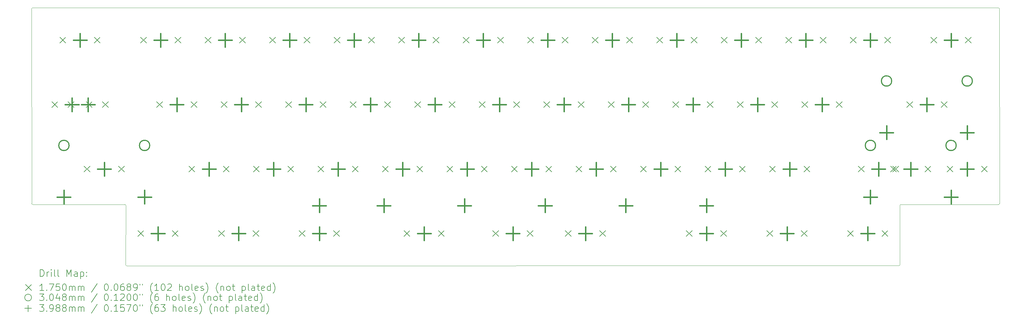
<source format=gbr>
%FSLAX45Y45*%
G04 Gerber Fmt 4.5, Leading zero omitted, Abs format (unit mm)*
G04 Created by KiCad (PCBNEW (6.0.6)) date 2022-08-10 17:02:01*
%MOMM*%
%LPD*%
G01*
G04 APERTURE LIST*
%TA.AperFunction,Profile*%
%ADD10C,0.100000*%
%TD*%
%ADD11C,0.200000*%
%ADD12C,0.175000*%
%ADD13C,0.304800*%
%ADD14C,0.398780*%
G04 APERTURE END LIST*
D10*
X3204445Y-11460555D02*
X26010000Y-11460000D01*
X3178055Y-9677445D02*
X3176945Y-11433055D01*
X3150555Y-9649945D02*
X430000Y-9651000D01*
X400000Y-3867500D02*
X401000Y-9622000D01*
X28947500Y-3840000D02*
X427500Y-3840000D01*
X28976055Y-9622500D02*
X28975000Y-3867500D01*
X27543555Y-9650000D02*
X28948555Y-9650000D01*
X27550000Y-9650000D02*
X26064445Y-9649945D01*
X26037500Y-11432500D02*
X26036945Y-9677500D01*
X427500Y-3840000D02*
G75*
G03*
X400000Y-3867500I0J-27500D01*
G01*
X401000Y-9623500D02*
G75*
G03*
X428500Y-9651000I27500J0D01*
G01*
X3178055Y-9677445D02*
G75*
G03*
X3150555Y-9649945I-27500J0D01*
G01*
X3176945Y-11433055D02*
G75*
G03*
X3204445Y-11460555I27500J0D01*
G01*
X26010000Y-11460000D02*
G75*
G03*
X26037500Y-11432500I0J27500D01*
G01*
X26064445Y-9649945D02*
G75*
G03*
X26036945Y-9677445I0J-27500D01*
G01*
X28948555Y-9650000D02*
G75*
G03*
X28976055Y-9622500I0J27500D01*
G01*
X28975000Y-3867500D02*
G75*
G03*
X28947500Y-3840000I-27500J0D01*
G01*
D11*
D12*
X995000Y-6610875D02*
X1170000Y-6785875D01*
X1170000Y-6610875D02*
X995000Y-6785875D01*
X1233125Y-4705875D02*
X1408125Y-4880875D01*
X1408125Y-4705875D02*
X1233125Y-4880875D01*
X1471250Y-6610875D02*
X1646250Y-6785875D01*
X1646250Y-6610875D02*
X1471250Y-6785875D01*
X1947500Y-8515875D02*
X2122500Y-8690875D01*
X2122500Y-8515875D02*
X1947500Y-8690875D01*
X2011000Y-6610875D02*
X2186000Y-6785875D01*
X2186000Y-6610875D02*
X2011000Y-6785875D01*
X2249125Y-4705875D02*
X2424125Y-4880875D01*
X2424125Y-4705875D02*
X2249125Y-4880875D01*
X2487250Y-6610875D02*
X2662250Y-6785875D01*
X2662250Y-6610875D02*
X2487250Y-6785875D01*
X2963500Y-8515875D02*
X3138500Y-8690875D01*
X3138500Y-8515875D02*
X2963500Y-8690875D01*
X3535000Y-10420875D02*
X3710000Y-10595875D01*
X3710000Y-10420875D02*
X3535000Y-10595875D01*
X3614375Y-4705875D02*
X3789375Y-4880875D01*
X3789375Y-4705875D02*
X3614375Y-4880875D01*
X4090625Y-6610875D02*
X4265625Y-6785875D01*
X4265625Y-6610875D02*
X4090625Y-6785875D01*
X4551000Y-10420875D02*
X4726000Y-10595875D01*
X4726000Y-10420875D02*
X4551000Y-10595875D01*
X4630375Y-4705875D02*
X4805375Y-4880875D01*
X4805375Y-4705875D02*
X4630375Y-4880875D01*
X5043125Y-8515875D02*
X5218125Y-8690875D01*
X5218125Y-8515875D02*
X5043125Y-8690875D01*
X5106625Y-6610875D02*
X5281625Y-6785875D01*
X5281625Y-6610875D02*
X5106625Y-6785875D01*
X5519375Y-4705875D02*
X5694375Y-4880875D01*
X5694375Y-4705875D02*
X5519375Y-4880875D01*
X5916250Y-10420875D02*
X6091250Y-10595875D01*
X6091250Y-10420875D02*
X5916250Y-10595875D01*
X5995625Y-6610875D02*
X6170625Y-6785875D01*
X6170625Y-6610875D02*
X5995625Y-6785875D01*
X6059125Y-8515875D02*
X6234125Y-8690875D01*
X6234125Y-8515875D02*
X6059125Y-8690875D01*
X6535375Y-4705875D02*
X6710375Y-4880875D01*
X6710375Y-4705875D02*
X6535375Y-4880875D01*
X6932250Y-10420875D02*
X7107250Y-10595875D01*
X7107250Y-10420875D02*
X6932250Y-10595875D01*
X6948125Y-8515875D02*
X7123125Y-8690875D01*
X7123125Y-8515875D02*
X6948125Y-8690875D01*
X7011625Y-6610875D02*
X7186625Y-6785875D01*
X7186625Y-6610875D02*
X7011625Y-6785875D01*
X7424375Y-4705875D02*
X7599375Y-4880875D01*
X7599375Y-4705875D02*
X7424375Y-4880875D01*
X7900625Y-6610875D02*
X8075625Y-6785875D01*
X8075625Y-6610875D02*
X7900625Y-6785875D01*
X7964125Y-8515875D02*
X8139125Y-8690875D01*
X8139125Y-8515875D02*
X7964125Y-8690875D01*
X8297500Y-10420875D02*
X8472500Y-10595875D01*
X8472500Y-10420875D02*
X8297500Y-10595875D01*
X8440375Y-4705875D02*
X8615375Y-4880875D01*
X8615375Y-4705875D02*
X8440375Y-4880875D01*
X8853125Y-8515875D02*
X9028125Y-8690875D01*
X9028125Y-8515875D02*
X8853125Y-8690875D01*
X8916625Y-6610875D02*
X9091625Y-6785875D01*
X9091625Y-6610875D02*
X8916625Y-6785875D01*
X9313500Y-10420875D02*
X9488500Y-10595875D01*
X9488500Y-10420875D02*
X9313500Y-10595875D01*
X9329375Y-4705875D02*
X9504375Y-4880875D01*
X9504375Y-4705875D02*
X9329375Y-4880875D01*
X9805625Y-6610875D02*
X9980625Y-6785875D01*
X9980625Y-6610875D02*
X9805625Y-6785875D01*
X9869125Y-8515875D02*
X10044125Y-8690875D01*
X10044125Y-8515875D02*
X9869125Y-8690875D01*
X10345375Y-4705875D02*
X10520375Y-4880875D01*
X10520375Y-4705875D02*
X10345375Y-4880875D01*
X10758125Y-8515875D02*
X10933125Y-8690875D01*
X10933125Y-8515875D02*
X10758125Y-8690875D01*
X10821625Y-6610875D02*
X10996625Y-6785875D01*
X10996625Y-6610875D02*
X10821625Y-6785875D01*
X11234375Y-4705875D02*
X11409375Y-4880875D01*
X11409375Y-4705875D02*
X11234375Y-4880875D01*
X11393125Y-10420875D02*
X11568125Y-10595875D01*
X11568125Y-10420875D02*
X11393125Y-10595875D01*
X11710625Y-6610875D02*
X11885625Y-6785875D01*
X11885625Y-6610875D02*
X11710625Y-6785875D01*
X11774125Y-8515875D02*
X11949125Y-8690875D01*
X11949125Y-8515875D02*
X11774125Y-8690875D01*
X12250375Y-4705875D02*
X12425375Y-4880875D01*
X12425375Y-4705875D02*
X12250375Y-4880875D01*
X12409125Y-10420875D02*
X12584125Y-10595875D01*
X12584125Y-10420875D02*
X12409125Y-10595875D01*
X12663125Y-8515875D02*
X12838125Y-8690875D01*
X12838125Y-8515875D02*
X12663125Y-8690875D01*
X12726625Y-6610875D02*
X12901625Y-6785875D01*
X12901625Y-6610875D02*
X12726625Y-6785875D01*
X13139375Y-4705875D02*
X13314375Y-4880875D01*
X13314375Y-4705875D02*
X13139375Y-4880875D01*
X13615625Y-6610875D02*
X13790625Y-6785875D01*
X13790625Y-6610875D02*
X13615625Y-6785875D01*
X13679125Y-8515875D02*
X13854125Y-8690875D01*
X13854125Y-8515875D02*
X13679125Y-8690875D01*
X14012500Y-10420875D02*
X14187500Y-10595875D01*
X14187500Y-10420875D02*
X14012500Y-10595875D01*
X14155375Y-4705875D02*
X14330375Y-4880875D01*
X14330375Y-4705875D02*
X14155375Y-4880875D01*
X14568125Y-8515875D02*
X14743125Y-8690875D01*
X14743125Y-8515875D02*
X14568125Y-8690875D01*
X14631625Y-6610875D02*
X14806625Y-6785875D01*
X14806625Y-6610875D02*
X14631625Y-6785875D01*
X15028500Y-10420875D02*
X15203500Y-10595875D01*
X15203500Y-10420875D02*
X15028500Y-10595875D01*
X15044375Y-4705875D02*
X15219375Y-4880875D01*
X15219375Y-4705875D02*
X15044375Y-4880875D01*
X15520625Y-6610875D02*
X15695625Y-6785875D01*
X15695625Y-6610875D02*
X15520625Y-6785875D01*
X15584125Y-8515875D02*
X15759125Y-8690875D01*
X15759125Y-8515875D02*
X15584125Y-8690875D01*
X16060375Y-4705875D02*
X16235375Y-4880875D01*
X16235375Y-4705875D02*
X16060375Y-4880875D01*
X16155625Y-10420875D02*
X16330625Y-10595875D01*
X16330625Y-10420875D02*
X16155625Y-10595875D01*
X16473125Y-8515875D02*
X16648125Y-8690875D01*
X16648125Y-8515875D02*
X16473125Y-8690875D01*
X16536625Y-6610875D02*
X16711625Y-6785875D01*
X16711625Y-6610875D02*
X16536625Y-6785875D01*
X16949375Y-4705875D02*
X17124375Y-4880875D01*
X17124375Y-4705875D02*
X16949375Y-4880875D01*
X17171625Y-10420875D02*
X17346625Y-10595875D01*
X17346625Y-10420875D02*
X17171625Y-10595875D01*
X17425625Y-6610875D02*
X17600625Y-6785875D01*
X17600625Y-6610875D02*
X17425625Y-6785875D01*
X17489125Y-8515875D02*
X17664125Y-8690875D01*
X17664125Y-8515875D02*
X17489125Y-8690875D01*
X17965375Y-4705875D02*
X18140375Y-4880875D01*
X18140375Y-4705875D02*
X17965375Y-4880875D01*
X18378125Y-8515875D02*
X18553125Y-8690875D01*
X18553125Y-8515875D02*
X18378125Y-8690875D01*
X18441625Y-6610875D02*
X18616625Y-6785875D01*
X18616625Y-6610875D02*
X18441625Y-6785875D01*
X18854375Y-4705875D02*
X19029375Y-4880875D01*
X19029375Y-4705875D02*
X18854375Y-4880875D01*
X19330625Y-6610875D02*
X19505625Y-6785875D01*
X19505625Y-6610875D02*
X19330625Y-6785875D01*
X19394125Y-8515875D02*
X19569125Y-8690875D01*
X19569125Y-8515875D02*
X19394125Y-8690875D01*
X19727500Y-10420875D02*
X19902500Y-10595875D01*
X19902500Y-10420875D02*
X19727500Y-10595875D01*
X19870375Y-4705875D02*
X20045375Y-4880875D01*
X20045375Y-4705875D02*
X19870375Y-4880875D01*
X20283125Y-8515875D02*
X20458125Y-8690875D01*
X20458125Y-8515875D02*
X20283125Y-8690875D01*
X20346625Y-6610875D02*
X20521625Y-6785875D01*
X20521625Y-6610875D02*
X20346625Y-6785875D01*
X20743500Y-10420875D02*
X20918500Y-10595875D01*
X20918500Y-10420875D02*
X20743500Y-10595875D01*
X20759375Y-4705875D02*
X20934375Y-4880875D01*
X20934375Y-4705875D02*
X20759375Y-4880875D01*
X21235625Y-6610875D02*
X21410625Y-6785875D01*
X21410625Y-6610875D02*
X21235625Y-6785875D01*
X21299125Y-8515875D02*
X21474125Y-8690875D01*
X21474125Y-8515875D02*
X21299125Y-8690875D01*
X21775375Y-4705875D02*
X21950375Y-4880875D01*
X21950375Y-4705875D02*
X21775375Y-4880875D01*
X22108750Y-10420875D02*
X22283750Y-10595875D01*
X22283750Y-10420875D02*
X22108750Y-10595875D01*
X22188125Y-8515875D02*
X22363125Y-8690875D01*
X22363125Y-8515875D02*
X22188125Y-8690875D01*
X22251625Y-6610875D02*
X22426625Y-6785875D01*
X22426625Y-6610875D02*
X22251625Y-6785875D01*
X22664375Y-4705875D02*
X22839375Y-4880875D01*
X22839375Y-4705875D02*
X22664375Y-4880875D01*
X23124750Y-10420875D02*
X23299750Y-10595875D01*
X23299750Y-10420875D02*
X23124750Y-10595875D01*
X23140625Y-6610875D02*
X23315625Y-6785875D01*
X23315625Y-6610875D02*
X23140625Y-6785875D01*
X23204125Y-8515875D02*
X23379125Y-8690875D01*
X23379125Y-8515875D02*
X23204125Y-8690875D01*
X23680375Y-4705875D02*
X23855375Y-4880875D01*
X23855375Y-4705875D02*
X23680375Y-4880875D01*
X24156625Y-6610875D02*
X24331625Y-6785875D01*
X24331625Y-6610875D02*
X24156625Y-6785875D01*
X24490000Y-10420875D02*
X24665000Y-10595875D01*
X24665000Y-10420875D02*
X24490000Y-10595875D01*
X24569375Y-4705875D02*
X24744375Y-4880875D01*
X24744375Y-4705875D02*
X24569375Y-4880875D01*
X24807500Y-8515875D02*
X24982500Y-8690875D01*
X24982500Y-8515875D02*
X24807500Y-8690875D01*
X25506000Y-10420875D02*
X25681000Y-10595875D01*
X25681000Y-10420875D02*
X25506000Y-10595875D01*
X25585375Y-4705875D02*
X25760375Y-4880875D01*
X25760375Y-4705875D02*
X25585375Y-4880875D01*
X25760000Y-8515875D02*
X25935000Y-8690875D01*
X25935000Y-8515875D02*
X25760000Y-8690875D01*
X25823500Y-8515875D02*
X25998500Y-8690875D01*
X25998500Y-8515875D02*
X25823500Y-8690875D01*
X26236250Y-6610875D02*
X26411250Y-6785875D01*
X26411250Y-6610875D02*
X26236250Y-6785875D01*
X26776000Y-8515875D02*
X26951000Y-8690875D01*
X26951000Y-8515875D02*
X26776000Y-8690875D01*
X26950625Y-4705875D02*
X27125625Y-4880875D01*
X27125625Y-4705875D02*
X26950625Y-4880875D01*
X27252250Y-6610875D02*
X27427250Y-6785875D01*
X27427250Y-6610875D02*
X27252250Y-6785875D01*
X27426875Y-8515875D02*
X27601875Y-8690875D01*
X27601875Y-8515875D02*
X27426875Y-8690875D01*
X27966625Y-4705875D02*
X28141625Y-4880875D01*
X28141625Y-4705875D02*
X27966625Y-4880875D01*
X28442875Y-8515875D02*
X28617875Y-8690875D01*
X28617875Y-8515875D02*
X28442875Y-8690875D01*
D13*
X1504775Y-7904875D02*
G75*
G03*
X1504775Y-7904875I-152400J0D01*
G01*
X3886025Y-7904875D02*
G75*
G03*
X3886025Y-7904875I-152400J0D01*
G01*
X25317275Y-7904875D02*
G75*
G03*
X25317275Y-7904875I-152400J0D01*
G01*
X25793525Y-5999875D02*
G75*
G03*
X25793525Y-5999875I-152400J0D01*
G01*
X27698525Y-7904875D02*
G75*
G03*
X27698525Y-7904875I-152400J0D01*
G01*
X28174775Y-5999875D02*
G75*
G03*
X28174775Y-5999875I-152400J0D01*
G01*
D14*
X1352375Y-9229485D02*
X1352375Y-9628265D01*
X1152985Y-9428875D02*
X1551765Y-9428875D01*
X1590500Y-6498985D02*
X1590500Y-6897765D01*
X1391110Y-6698375D02*
X1789890Y-6698375D01*
X1828625Y-4593985D02*
X1828625Y-4992765D01*
X1629235Y-4793375D02*
X2028015Y-4793375D01*
X2066750Y-6498985D02*
X2066750Y-6897765D01*
X1867360Y-6698375D02*
X2266140Y-6698375D01*
X2543000Y-8403985D02*
X2543000Y-8802765D01*
X2343610Y-8603375D02*
X2742390Y-8603375D01*
X3733625Y-9229485D02*
X3733625Y-9628265D01*
X3534235Y-9428875D02*
X3933015Y-9428875D01*
X4130500Y-10308985D02*
X4130500Y-10707765D01*
X3931110Y-10508375D02*
X4329890Y-10508375D01*
X4209875Y-4593985D02*
X4209875Y-4992765D01*
X4010485Y-4793375D02*
X4409265Y-4793375D01*
X4686125Y-6498985D02*
X4686125Y-6897765D01*
X4486735Y-6698375D02*
X4885515Y-6698375D01*
X5638625Y-8403985D02*
X5638625Y-8802765D01*
X5439235Y-8603375D02*
X5838015Y-8603375D01*
X6114875Y-4593985D02*
X6114875Y-4992765D01*
X5915485Y-4793375D02*
X6314265Y-4793375D01*
X6511750Y-10308985D02*
X6511750Y-10707765D01*
X6312360Y-10508375D02*
X6711140Y-10508375D01*
X6591125Y-6498985D02*
X6591125Y-6897765D01*
X6391735Y-6698375D02*
X6790515Y-6698375D01*
X7543625Y-8403985D02*
X7543625Y-8802765D01*
X7344235Y-8603375D02*
X7743015Y-8603375D01*
X8019875Y-4593985D02*
X8019875Y-4992765D01*
X7820485Y-4793375D02*
X8219265Y-4793375D01*
X8496125Y-6498985D02*
X8496125Y-6897765D01*
X8296735Y-6698375D02*
X8695515Y-6698375D01*
X8893000Y-9483485D02*
X8893000Y-9882265D01*
X8693610Y-9682875D02*
X9092390Y-9682875D01*
X8893000Y-10308985D02*
X8893000Y-10707765D01*
X8693610Y-10508375D02*
X9092390Y-10508375D01*
X9448625Y-8403985D02*
X9448625Y-8802765D01*
X9249235Y-8603375D02*
X9648015Y-8603375D01*
X9924875Y-4593985D02*
X9924875Y-4992765D01*
X9725485Y-4793375D02*
X10124265Y-4793375D01*
X10401125Y-6498985D02*
X10401125Y-6897765D01*
X10201735Y-6698375D02*
X10600515Y-6698375D01*
X10799352Y-9483025D02*
X10799352Y-9881805D01*
X10599962Y-9682415D02*
X10998742Y-9682415D01*
X11353625Y-8403985D02*
X11353625Y-8802765D01*
X11154235Y-8603375D02*
X11553015Y-8603375D01*
X11829875Y-4593985D02*
X11829875Y-4992765D01*
X11630485Y-4793375D02*
X12029265Y-4793375D01*
X11988625Y-10308985D02*
X11988625Y-10707765D01*
X11789235Y-10508375D02*
X12188015Y-10508375D01*
X12306125Y-6498985D02*
X12306125Y-6897765D01*
X12106735Y-6698375D02*
X12505515Y-6698375D01*
X13180602Y-9483025D02*
X13180602Y-9881805D01*
X12981212Y-9682415D02*
X13379992Y-9682415D01*
X13258625Y-8403985D02*
X13258625Y-8802765D01*
X13059235Y-8603375D02*
X13458015Y-8603375D01*
X13734875Y-4593985D02*
X13734875Y-4992765D01*
X13535485Y-4793375D02*
X13934265Y-4793375D01*
X14211125Y-6498985D02*
X14211125Y-6897765D01*
X14011735Y-6698375D02*
X14410515Y-6698375D01*
X14608000Y-10308985D02*
X14608000Y-10707765D01*
X14408610Y-10508375D02*
X14807390Y-10508375D01*
X15163625Y-8403985D02*
X15163625Y-8802765D01*
X14964235Y-8603375D02*
X15363015Y-8603375D01*
X15560500Y-9483485D02*
X15560500Y-9882265D01*
X15361110Y-9682875D02*
X15759890Y-9682875D01*
X15639875Y-4593985D02*
X15639875Y-4992765D01*
X15440485Y-4793375D02*
X15839265Y-4793375D01*
X16116125Y-6498985D02*
X16116125Y-6897765D01*
X15916735Y-6698375D02*
X16315515Y-6698375D01*
X16751125Y-10308985D02*
X16751125Y-10707765D01*
X16551735Y-10508375D02*
X16950515Y-10508375D01*
X17068625Y-8403985D02*
X17068625Y-8802765D01*
X16869235Y-8603375D02*
X17268015Y-8603375D01*
X17544875Y-4593985D02*
X17544875Y-4992765D01*
X17345485Y-4793375D02*
X17744265Y-4793375D01*
X17941750Y-9483485D02*
X17941750Y-9882265D01*
X17742360Y-9682875D02*
X18141140Y-9682875D01*
X18021125Y-6498985D02*
X18021125Y-6897765D01*
X17821735Y-6698375D02*
X18220515Y-6698375D01*
X18973625Y-8403985D02*
X18973625Y-8802765D01*
X18774235Y-8603375D02*
X19173015Y-8603375D01*
X19449875Y-4593985D02*
X19449875Y-4992765D01*
X19250485Y-4793375D02*
X19649265Y-4793375D01*
X19926125Y-6498985D02*
X19926125Y-6897765D01*
X19726735Y-6698375D02*
X20125515Y-6698375D01*
X20323000Y-9483485D02*
X20323000Y-9882265D01*
X20123610Y-9682875D02*
X20522390Y-9682875D01*
X20323000Y-10308985D02*
X20323000Y-10707765D01*
X20123610Y-10508375D02*
X20522390Y-10508375D01*
X20878625Y-8403985D02*
X20878625Y-8802765D01*
X20679235Y-8603375D02*
X21078015Y-8603375D01*
X21354875Y-4593985D02*
X21354875Y-4992765D01*
X21155485Y-4793375D02*
X21554265Y-4793375D01*
X21831125Y-6498985D02*
X21831125Y-6897765D01*
X21631735Y-6698375D02*
X22030515Y-6698375D01*
X22704250Y-10308985D02*
X22704250Y-10707765D01*
X22504860Y-10508375D02*
X22903640Y-10508375D01*
X22783625Y-8403985D02*
X22783625Y-8802765D01*
X22584235Y-8603375D02*
X22983015Y-8603375D01*
X23259875Y-4593985D02*
X23259875Y-4992765D01*
X23060485Y-4793375D02*
X23459265Y-4793375D01*
X23736125Y-6498985D02*
X23736125Y-6897765D01*
X23536735Y-6698375D02*
X23935515Y-6698375D01*
X25085500Y-10308985D02*
X25085500Y-10707765D01*
X24886110Y-10508375D02*
X25284890Y-10508375D01*
X25164875Y-4593985D02*
X25164875Y-4992765D01*
X24965485Y-4793375D02*
X25364265Y-4793375D01*
X25164875Y-9229485D02*
X25164875Y-9628265D01*
X24965485Y-9428875D02*
X25364265Y-9428875D01*
X25403000Y-8403985D02*
X25403000Y-8802765D01*
X25203610Y-8603375D02*
X25602390Y-8603375D01*
X25641125Y-7324485D02*
X25641125Y-7723265D01*
X25441735Y-7523875D02*
X25840515Y-7523875D01*
X26355500Y-8403985D02*
X26355500Y-8802765D01*
X26156110Y-8603375D02*
X26554890Y-8603375D01*
X26831750Y-6498985D02*
X26831750Y-6897765D01*
X26632360Y-6698375D02*
X27031140Y-6698375D01*
X27546125Y-4593985D02*
X27546125Y-4992765D01*
X27346735Y-4793375D02*
X27745515Y-4793375D01*
X27546125Y-9229485D02*
X27546125Y-9628265D01*
X27346735Y-9428875D02*
X27745515Y-9428875D01*
X28022375Y-7324485D02*
X28022375Y-7723265D01*
X27822985Y-7523875D02*
X28221765Y-7523875D01*
X28022375Y-8403985D02*
X28022375Y-8802765D01*
X27822985Y-8603375D02*
X28221765Y-8603375D01*
D11*
X652619Y-11776031D02*
X652619Y-11576031D01*
X700238Y-11576031D01*
X728809Y-11585555D01*
X747857Y-11604602D01*
X757381Y-11623650D01*
X766905Y-11661745D01*
X766905Y-11690316D01*
X757381Y-11728412D01*
X747857Y-11747459D01*
X728809Y-11766507D01*
X700238Y-11776031D01*
X652619Y-11776031D01*
X852619Y-11776031D02*
X852619Y-11642697D01*
X852619Y-11680793D02*
X862143Y-11661745D01*
X871666Y-11652221D01*
X890714Y-11642697D01*
X909762Y-11642697D01*
X976428Y-11776031D02*
X976428Y-11642697D01*
X976428Y-11576031D02*
X966905Y-11585555D01*
X976428Y-11595078D01*
X985952Y-11585555D01*
X976428Y-11576031D01*
X976428Y-11595078D01*
X1100238Y-11776031D02*
X1081190Y-11766507D01*
X1071667Y-11747459D01*
X1071667Y-11576031D01*
X1205000Y-11776031D02*
X1185952Y-11766507D01*
X1176428Y-11747459D01*
X1176428Y-11576031D01*
X1433571Y-11776031D02*
X1433571Y-11576031D01*
X1500238Y-11718888D01*
X1566905Y-11576031D01*
X1566905Y-11776031D01*
X1747857Y-11776031D02*
X1747857Y-11671269D01*
X1738333Y-11652221D01*
X1719286Y-11642697D01*
X1681190Y-11642697D01*
X1662143Y-11652221D01*
X1747857Y-11766507D02*
X1728809Y-11776031D01*
X1681190Y-11776031D01*
X1662143Y-11766507D01*
X1652619Y-11747459D01*
X1652619Y-11728412D01*
X1662143Y-11709364D01*
X1681190Y-11699840D01*
X1728809Y-11699840D01*
X1747857Y-11690316D01*
X1843095Y-11642697D02*
X1843095Y-11842697D01*
X1843095Y-11652221D02*
X1862143Y-11642697D01*
X1900238Y-11642697D01*
X1919286Y-11652221D01*
X1928809Y-11661745D01*
X1938333Y-11680793D01*
X1938333Y-11737935D01*
X1928809Y-11756983D01*
X1919286Y-11766507D01*
X1900238Y-11776031D01*
X1862143Y-11776031D01*
X1843095Y-11766507D01*
X2024047Y-11756983D02*
X2033571Y-11766507D01*
X2024047Y-11776031D01*
X2014524Y-11766507D01*
X2024047Y-11756983D01*
X2024047Y-11776031D01*
X2024047Y-11652221D02*
X2033571Y-11661745D01*
X2024047Y-11671269D01*
X2014524Y-11661745D01*
X2024047Y-11652221D01*
X2024047Y-11671269D01*
D12*
X220000Y-12018055D02*
X395000Y-12193055D01*
X395000Y-12018055D02*
X220000Y-12193055D01*
D11*
X757381Y-12196031D02*
X643095Y-12196031D01*
X700238Y-12196031D02*
X700238Y-11996031D01*
X681190Y-12024602D01*
X662143Y-12043650D01*
X643095Y-12053174D01*
X843095Y-12176983D02*
X852619Y-12186507D01*
X843095Y-12196031D01*
X833571Y-12186507D01*
X843095Y-12176983D01*
X843095Y-12196031D01*
X919286Y-11996031D02*
X1052619Y-11996031D01*
X966905Y-12196031D01*
X1224048Y-11996031D02*
X1128809Y-11996031D01*
X1119286Y-12091269D01*
X1128809Y-12081745D01*
X1147857Y-12072221D01*
X1195476Y-12072221D01*
X1214524Y-12081745D01*
X1224048Y-12091269D01*
X1233571Y-12110316D01*
X1233571Y-12157935D01*
X1224048Y-12176983D01*
X1214524Y-12186507D01*
X1195476Y-12196031D01*
X1147857Y-12196031D01*
X1128809Y-12186507D01*
X1119286Y-12176983D01*
X1357381Y-11996031D02*
X1376428Y-11996031D01*
X1395476Y-12005555D01*
X1405000Y-12015078D01*
X1414524Y-12034126D01*
X1424047Y-12072221D01*
X1424047Y-12119840D01*
X1414524Y-12157935D01*
X1405000Y-12176983D01*
X1395476Y-12186507D01*
X1376428Y-12196031D01*
X1357381Y-12196031D01*
X1338333Y-12186507D01*
X1328809Y-12176983D01*
X1319286Y-12157935D01*
X1309762Y-12119840D01*
X1309762Y-12072221D01*
X1319286Y-12034126D01*
X1328809Y-12015078D01*
X1338333Y-12005555D01*
X1357381Y-11996031D01*
X1509762Y-12196031D02*
X1509762Y-12062697D01*
X1509762Y-12081745D02*
X1519286Y-12072221D01*
X1538333Y-12062697D01*
X1566905Y-12062697D01*
X1585952Y-12072221D01*
X1595476Y-12091269D01*
X1595476Y-12196031D01*
X1595476Y-12091269D02*
X1605000Y-12072221D01*
X1624047Y-12062697D01*
X1652619Y-12062697D01*
X1671666Y-12072221D01*
X1681190Y-12091269D01*
X1681190Y-12196031D01*
X1776428Y-12196031D02*
X1776428Y-12062697D01*
X1776428Y-12081745D02*
X1785952Y-12072221D01*
X1805000Y-12062697D01*
X1833571Y-12062697D01*
X1852619Y-12072221D01*
X1862143Y-12091269D01*
X1862143Y-12196031D01*
X1862143Y-12091269D02*
X1871666Y-12072221D01*
X1890714Y-12062697D01*
X1919286Y-12062697D01*
X1938333Y-12072221D01*
X1947857Y-12091269D01*
X1947857Y-12196031D01*
X2338333Y-11986507D02*
X2166905Y-12243650D01*
X2595476Y-11996031D02*
X2614524Y-11996031D01*
X2633571Y-12005555D01*
X2643095Y-12015078D01*
X2652619Y-12034126D01*
X2662143Y-12072221D01*
X2662143Y-12119840D01*
X2652619Y-12157935D01*
X2643095Y-12176983D01*
X2633571Y-12186507D01*
X2614524Y-12196031D01*
X2595476Y-12196031D01*
X2576428Y-12186507D01*
X2566905Y-12176983D01*
X2557381Y-12157935D01*
X2547857Y-12119840D01*
X2547857Y-12072221D01*
X2557381Y-12034126D01*
X2566905Y-12015078D01*
X2576428Y-12005555D01*
X2595476Y-11996031D01*
X2747857Y-12176983D02*
X2757381Y-12186507D01*
X2747857Y-12196031D01*
X2738333Y-12186507D01*
X2747857Y-12176983D01*
X2747857Y-12196031D01*
X2881190Y-11996031D02*
X2900238Y-11996031D01*
X2919286Y-12005555D01*
X2928809Y-12015078D01*
X2938333Y-12034126D01*
X2947857Y-12072221D01*
X2947857Y-12119840D01*
X2938333Y-12157935D01*
X2928809Y-12176983D01*
X2919286Y-12186507D01*
X2900238Y-12196031D01*
X2881190Y-12196031D01*
X2862143Y-12186507D01*
X2852619Y-12176983D01*
X2843095Y-12157935D01*
X2833571Y-12119840D01*
X2833571Y-12072221D01*
X2843095Y-12034126D01*
X2852619Y-12015078D01*
X2862143Y-12005555D01*
X2881190Y-11996031D01*
X3119286Y-11996031D02*
X3081190Y-11996031D01*
X3062143Y-12005555D01*
X3052619Y-12015078D01*
X3033571Y-12043650D01*
X3024047Y-12081745D01*
X3024047Y-12157935D01*
X3033571Y-12176983D01*
X3043095Y-12186507D01*
X3062143Y-12196031D01*
X3100238Y-12196031D01*
X3119286Y-12186507D01*
X3128809Y-12176983D01*
X3138333Y-12157935D01*
X3138333Y-12110316D01*
X3128809Y-12091269D01*
X3119286Y-12081745D01*
X3100238Y-12072221D01*
X3062143Y-12072221D01*
X3043095Y-12081745D01*
X3033571Y-12091269D01*
X3024047Y-12110316D01*
X3252619Y-12081745D02*
X3233571Y-12072221D01*
X3224047Y-12062697D01*
X3214524Y-12043650D01*
X3214524Y-12034126D01*
X3224047Y-12015078D01*
X3233571Y-12005555D01*
X3252619Y-11996031D01*
X3290714Y-11996031D01*
X3309762Y-12005555D01*
X3319286Y-12015078D01*
X3328809Y-12034126D01*
X3328809Y-12043650D01*
X3319286Y-12062697D01*
X3309762Y-12072221D01*
X3290714Y-12081745D01*
X3252619Y-12081745D01*
X3233571Y-12091269D01*
X3224047Y-12100793D01*
X3214524Y-12119840D01*
X3214524Y-12157935D01*
X3224047Y-12176983D01*
X3233571Y-12186507D01*
X3252619Y-12196031D01*
X3290714Y-12196031D01*
X3309762Y-12186507D01*
X3319286Y-12176983D01*
X3328809Y-12157935D01*
X3328809Y-12119840D01*
X3319286Y-12100793D01*
X3309762Y-12091269D01*
X3290714Y-12081745D01*
X3424047Y-12196031D02*
X3462143Y-12196031D01*
X3481190Y-12186507D01*
X3490714Y-12176983D01*
X3509762Y-12148412D01*
X3519286Y-12110316D01*
X3519286Y-12034126D01*
X3509762Y-12015078D01*
X3500238Y-12005555D01*
X3481190Y-11996031D01*
X3443095Y-11996031D01*
X3424047Y-12005555D01*
X3414524Y-12015078D01*
X3405000Y-12034126D01*
X3405000Y-12081745D01*
X3414524Y-12100793D01*
X3424047Y-12110316D01*
X3443095Y-12119840D01*
X3481190Y-12119840D01*
X3500238Y-12110316D01*
X3509762Y-12100793D01*
X3519286Y-12081745D01*
X3595476Y-11996031D02*
X3595476Y-12034126D01*
X3671666Y-11996031D02*
X3671666Y-12034126D01*
X3966905Y-12272221D02*
X3957381Y-12262697D01*
X3938333Y-12234126D01*
X3928809Y-12215078D01*
X3919286Y-12186507D01*
X3909762Y-12138888D01*
X3909762Y-12100793D01*
X3919286Y-12053174D01*
X3928809Y-12024602D01*
X3938333Y-12005555D01*
X3957381Y-11976983D01*
X3966905Y-11967459D01*
X4147857Y-12196031D02*
X4033571Y-12196031D01*
X4090714Y-12196031D02*
X4090714Y-11996031D01*
X4071666Y-12024602D01*
X4052619Y-12043650D01*
X4033571Y-12053174D01*
X4271667Y-11996031D02*
X4290714Y-11996031D01*
X4309762Y-12005555D01*
X4319286Y-12015078D01*
X4328809Y-12034126D01*
X4338333Y-12072221D01*
X4338333Y-12119840D01*
X4328809Y-12157935D01*
X4319286Y-12176983D01*
X4309762Y-12186507D01*
X4290714Y-12196031D01*
X4271667Y-12196031D01*
X4252619Y-12186507D01*
X4243095Y-12176983D01*
X4233571Y-12157935D01*
X4224048Y-12119840D01*
X4224048Y-12072221D01*
X4233571Y-12034126D01*
X4243095Y-12015078D01*
X4252619Y-12005555D01*
X4271667Y-11996031D01*
X4414524Y-12015078D02*
X4424048Y-12005555D01*
X4443095Y-11996031D01*
X4490714Y-11996031D01*
X4509762Y-12005555D01*
X4519286Y-12015078D01*
X4528809Y-12034126D01*
X4528809Y-12053174D01*
X4519286Y-12081745D01*
X4405000Y-12196031D01*
X4528809Y-12196031D01*
X4766905Y-12196031D02*
X4766905Y-11996031D01*
X4852619Y-12196031D02*
X4852619Y-12091269D01*
X4843095Y-12072221D01*
X4824048Y-12062697D01*
X4795476Y-12062697D01*
X4776428Y-12072221D01*
X4766905Y-12081745D01*
X4976428Y-12196031D02*
X4957381Y-12186507D01*
X4947857Y-12176983D01*
X4938333Y-12157935D01*
X4938333Y-12100793D01*
X4947857Y-12081745D01*
X4957381Y-12072221D01*
X4976428Y-12062697D01*
X5005000Y-12062697D01*
X5024048Y-12072221D01*
X5033571Y-12081745D01*
X5043095Y-12100793D01*
X5043095Y-12157935D01*
X5033571Y-12176983D01*
X5024048Y-12186507D01*
X5005000Y-12196031D01*
X4976428Y-12196031D01*
X5157381Y-12196031D02*
X5138333Y-12186507D01*
X5128809Y-12167459D01*
X5128809Y-11996031D01*
X5309762Y-12186507D02*
X5290714Y-12196031D01*
X5252619Y-12196031D01*
X5233571Y-12186507D01*
X5224048Y-12167459D01*
X5224048Y-12091269D01*
X5233571Y-12072221D01*
X5252619Y-12062697D01*
X5290714Y-12062697D01*
X5309762Y-12072221D01*
X5319286Y-12091269D01*
X5319286Y-12110316D01*
X5224048Y-12129364D01*
X5395476Y-12186507D02*
X5414524Y-12196031D01*
X5452619Y-12196031D01*
X5471667Y-12186507D01*
X5481190Y-12167459D01*
X5481190Y-12157935D01*
X5471667Y-12138888D01*
X5452619Y-12129364D01*
X5424048Y-12129364D01*
X5405000Y-12119840D01*
X5395476Y-12100793D01*
X5395476Y-12091269D01*
X5405000Y-12072221D01*
X5424048Y-12062697D01*
X5452619Y-12062697D01*
X5471667Y-12072221D01*
X5547857Y-12272221D02*
X5557381Y-12262697D01*
X5576428Y-12234126D01*
X5585952Y-12215078D01*
X5595476Y-12186507D01*
X5605000Y-12138888D01*
X5605000Y-12100793D01*
X5595476Y-12053174D01*
X5585952Y-12024602D01*
X5576428Y-12005555D01*
X5557381Y-11976983D01*
X5547857Y-11967459D01*
X5909762Y-12272221D02*
X5900238Y-12262697D01*
X5881190Y-12234126D01*
X5871666Y-12215078D01*
X5862143Y-12186507D01*
X5852619Y-12138888D01*
X5852619Y-12100793D01*
X5862143Y-12053174D01*
X5871666Y-12024602D01*
X5881190Y-12005555D01*
X5900238Y-11976983D01*
X5909762Y-11967459D01*
X5985952Y-12062697D02*
X5985952Y-12196031D01*
X5985952Y-12081745D02*
X5995476Y-12072221D01*
X6014524Y-12062697D01*
X6043095Y-12062697D01*
X6062143Y-12072221D01*
X6071666Y-12091269D01*
X6071666Y-12196031D01*
X6195476Y-12196031D02*
X6176428Y-12186507D01*
X6166905Y-12176983D01*
X6157381Y-12157935D01*
X6157381Y-12100793D01*
X6166905Y-12081745D01*
X6176428Y-12072221D01*
X6195476Y-12062697D01*
X6224047Y-12062697D01*
X6243095Y-12072221D01*
X6252619Y-12081745D01*
X6262143Y-12100793D01*
X6262143Y-12157935D01*
X6252619Y-12176983D01*
X6243095Y-12186507D01*
X6224047Y-12196031D01*
X6195476Y-12196031D01*
X6319286Y-12062697D02*
X6395476Y-12062697D01*
X6347857Y-11996031D02*
X6347857Y-12167459D01*
X6357381Y-12186507D01*
X6376428Y-12196031D01*
X6395476Y-12196031D01*
X6614524Y-12062697D02*
X6614524Y-12262697D01*
X6614524Y-12072221D02*
X6633571Y-12062697D01*
X6671666Y-12062697D01*
X6690714Y-12072221D01*
X6700238Y-12081745D01*
X6709762Y-12100793D01*
X6709762Y-12157935D01*
X6700238Y-12176983D01*
X6690714Y-12186507D01*
X6671666Y-12196031D01*
X6633571Y-12196031D01*
X6614524Y-12186507D01*
X6824047Y-12196031D02*
X6805000Y-12186507D01*
X6795476Y-12167459D01*
X6795476Y-11996031D01*
X6985952Y-12196031D02*
X6985952Y-12091269D01*
X6976428Y-12072221D01*
X6957381Y-12062697D01*
X6919286Y-12062697D01*
X6900238Y-12072221D01*
X6985952Y-12186507D02*
X6966905Y-12196031D01*
X6919286Y-12196031D01*
X6900238Y-12186507D01*
X6890714Y-12167459D01*
X6890714Y-12148412D01*
X6900238Y-12129364D01*
X6919286Y-12119840D01*
X6966905Y-12119840D01*
X6985952Y-12110316D01*
X7052619Y-12062697D02*
X7128809Y-12062697D01*
X7081190Y-11996031D02*
X7081190Y-12167459D01*
X7090714Y-12186507D01*
X7109762Y-12196031D01*
X7128809Y-12196031D01*
X7271666Y-12186507D02*
X7252619Y-12196031D01*
X7214524Y-12196031D01*
X7195476Y-12186507D01*
X7185952Y-12167459D01*
X7185952Y-12091269D01*
X7195476Y-12072221D01*
X7214524Y-12062697D01*
X7252619Y-12062697D01*
X7271666Y-12072221D01*
X7281190Y-12091269D01*
X7281190Y-12110316D01*
X7185952Y-12129364D01*
X7452619Y-12196031D02*
X7452619Y-11996031D01*
X7452619Y-12186507D02*
X7433571Y-12196031D01*
X7395476Y-12196031D01*
X7376428Y-12186507D01*
X7366905Y-12176983D01*
X7357381Y-12157935D01*
X7357381Y-12100793D01*
X7366905Y-12081745D01*
X7376428Y-12072221D01*
X7395476Y-12062697D01*
X7433571Y-12062697D01*
X7452619Y-12072221D01*
X7528809Y-12272221D02*
X7538333Y-12262697D01*
X7557381Y-12234126D01*
X7566905Y-12215078D01*
X7576428Y-12186507D01*
X7585952Y-12138888D01*
X7585952Y-12100793D01*
X7576428Y-12053174D01*
X7566905Y-12024602D01*
X7557381Y-12005555D01*
X7538333Y-11976983D01*
X7528809Y-11967459D01*
X395000Y-12400555D02*
G75*
G03*
X395000Y-12400555I-100000J0D01*
G01*
X633571Y-12291031D02*
X757381Y-12291031D01*
X690714Y-12367221D01*
X719286Y-12367221D01*
X738333Y-12376745D01*
X747857Y-12386269D01*
X757381Y-12405316D01*
X757381Y-12452935D01*
X747857Y-12471983D01*
X738333Y-12481507D01*
X719286Y-12491031D01*
X662143Y-12491031D01*
X643095Y-12481507D01*
X633571Y-12471983D01*
X843095Y-12471983D02*
X852619Y-12481507D01*
X843095Y-12491031D01*
X833571Y-12481507D01*
X843095Y-12471983D01*
X843095Y-12491031D01*
X976428Y-12291031D02*
X995476Y-12291031D01*
X1014524Y-12300555D01*
X1024047Y-12310078D01*
X1033571Y-12329126D01*
X1043095Y-12367221D01*
X1043095Y-12414840D01*
X1033571Y-12452935D01*
X1024047Y-12471983D01*
X1014524Y-12481507D01*
X995476Y-12491031D01*
X976428Y-12491031D01*
X957381Y-12481507D01*
X947857Y-12471983D01*
X938333Y-12452935D01*
X928809Y-12414840D01*
X928809Y-12367221D01*
X938333Y-12329126D01*
X947857Y-12310078D01*
X957381Y-12300555D01*
X976428Y-12291031D01*
X1214524Y-12357697D02*
X1214524Y-12491031D01*
X1166905Y-12281507D02*
X1119286Y-12424364D01*
X1243095Y-12424364D01*
X1347857Y-12376745D02*
X1328809Y-12367221D01*
X1319286Y-12357697D01*
X1309762Y-12338650D01*
X1309762Y-12329126D01*
X1319286Y-12310078D01*
X1328809Y-12300555D01*
X1347857Y-12291031D01*
X1385952Y-12291031D01*
X1405000Y-12300555D01*
X1414524Y-12310078D01*
X1424047Y-12329126D01*
X1424047Y-12338650D01*
X1414524Y-12357697D01*
X1405000Y-12367221D01*
X1385952Y-12376745D01*
X1347857Y-12376745D01*
X1328809Y-12386269D01*
X1319286Y-12395793D01*
X1309762Y-12414840D01*
X1309762Y-12452935D01*
X1319286Y-12471983D01*
X1328809Y-12481507D01*
X1347857Y-12491031D01*
X1385952Y-12491031D01*
X1405000Y-12481507D01*
X1414524Y-12471983D01*
X1424047Y-12452935D01*
X1424047Y-12414840D01*
X1414524Y-12395793D01*
X1405000Y-12386269D01*
X1385952Y-12376745D01*
X1509762Y-12491031D02*
X1509762Y-12357697D01*
X1509762Y-12376745D02*
X1519286Y-12367221D01*
X1538333Y-12357697D01*
X1566905Y-12357697D01*
X1585952Y-12367221D01*
X1595476Y-12386269D01*
X1595476Y-12491031D01*
X1595476Y-12386269D02*
X1605000Y-12367221D01*
X1624047Y-12357697D01*
X1652619Y-12357697D01*
X1671666Y-12367221D01*
X1681190Y-12386269D01*
X1681190Y-12491031D01*
X1776428Y-12491031D02*
X1776428Y-12357697D01*
X1776428Y-12376745D02*
X1785952Y-12367221D01*
X1805000Y-12357697D01*
X1833571Y-12357697D01*
X1852619Y-12367221D01*
X1862143Y-12386269D01*
X1862143Y-12491031D01*
X1862143Y-12386269D02*
X1871666Y-12367221D01*
X1890714Y-12357697D01*
X1919286Y-12357697D01*
X1938333Y-12367221D01*
X1947857Y-12386269D01*
X1947857Y-12491031D01*
X2338333Y-12281507D02*
X2166905Y-12538650D01*
X2595476Y-12291031D02*
X2614524Y-12291031D01*
X2633571Y-12300555D01*
X2643095Y-12310078D01*
X2652619Y-12329126D01*
X2662143Y-12367221D01*
X2662143Y-12414840D01*
X2652619Y-12452935D01*
X2643095Y-12471983D01*
X2633571Y-12481507D01*
X2614524Y-12491031D01*
X2595476Y-12491031D01*
X2576428Y-12481507D01*
X2566905Y-12471983D01*
X2557381Y-12452935D01*
X2547857Y-12414840D01*
X2547857Y-12367221D01*
X2557381Y-12329126D01*
X2566905Y-12310078D01*
X2576428Y-12300555D01*
X2595476Y-12291031D01*
X2747857Y-12471983D02*
X2757381Y-12481507D01*
X2747857Y-12491031D01*
X2738333Y-12481507D01*
X2747857Y-12471983D01*
X2747857Y-12491031D01*
X2947857Y-12491031D02*
X2833571Y-12491031D01*
X2890714Y-12491031D02*
X2890714Y-12291031D01*
X2871666Y-12319602D01*
X2852619Y-12338650D01*
X2833571Y-12348174D01*
X3024047Y-12310078D02*
X3033571Y-12300555D01*
X3052619Y-12291031D01*
X3100238Y-12291031D01*
X3119286Y-12300555D01*
X3128809Y-12310078D01*
X3138333Y-12329126D01*
X3138333Y-12348174D01*
X3128809Y-12376745D01*
X3014524Y-12491031D01*
X3138333Y-12491031D01*
X3262143Y-12291031D02*
X3281190Y-12291031D01*
X3300238Y-12300555D01*
X3309762Y-12310078D01*
X3319286Y-12329126D01*
X3328809Y-12367221D01*
X3328809Y-12414840D01*
X3319286Y-12452935D01*
X3309762Y-12471983D01*
X3300238Y-12481507D01*
X3281190Y-12491031D01*
X3262143Y-12491031D01*
X3243095Y-12481507D01*
X3233571Y-12471983D01*
X3224047Y-12452935D01*
X3214524Y-12414840D01*
X3214524Y-12367221D01*
X3224047Y-12329126D01*
X3233571Y-12310078D01*
X3243095Y-12300555D01*
X3262143Y-12291031D01*
X3452619Y-12291031D02*
X3471666Y-12291031D01*
X3490714Y-12300555D01*
X3500238Y-12310078D01*
X3509762Y-12329126D01*
X3519286Y-12367221D01*
X3519286Y-12414840D01*
X3509762Y-12452935D01*
X3500238Y-12471983D01*
X3490714Y-12481507D01*
X3471666Y-12491031D01*
X3452619Y-12491031D01*
X3433571Y-12481507D01*
X3424047Y-12471983D01*
X3414524Y-12452935D01*
X3405000Y-12414840D01*
X3405000Y-12367221D01*
X3414524Y-12329126D01*
X3424047Y-12310078D01*
X3433571Y-12300555D01*
X3452619Y-12291031D01*
X3595476Y-12291031D02*
X3595476Y-12329126D01*
X3671666Y-12291031D02*
X3671666Y-12329126D01*
X3966905Y-12567221D02*
X3957381Y-12557697D01*
X3938333Y-12529126D01*
X3928809Y-12510078D01*
X3919286Y-12481507D01*
X3909762Y-12433888D01*
X3909762Y-12395793D01*
X3919286Y-12348174D01*
X3928809Y-12319602D01*
X3938333Y-12300555D01*
X3957381Y-12271983D01*
X3966905Y-12262459D01*
X4128809Y-12291031D02*
X4090714Y-12291031D01*
X4071666Y-12300555D01*
X4062143Y-12310078D01*
X4043095Y-12338650D01*
X4033571Y-12376745D01*
X4033571Y-12452935D01*
X4043095Y-12471983D01*
X4052619Y-12481507D01*
X4071666Y-12491031D01*
X4109762Y-12491031D01*
X4128809Y-12481507D01*
X4138333Y-12471983D01*
X4147857Y-12452935D01*
X4147857Y-12405316D01*
X4138333Y-12386269D01*
X4128809Y-12376745D01*
X4109762Y-12367221D01*
X4071666Y-12367221D01*
X4052619Y-12376745D01*
X4043095Y-12386269D01*
X4033571Y-12405316D01*
X4385952Y-12491031D02*
X4385952Y-12291031D01*
X4471667Y-12491031D02*
X4471667Y-12386269D01*
X4462143Y-12367221D01*
X4443095Y-12357697D01*
X4414524Y-12357697D01*
X4395476Y-12367221D01*
X4385952Y-12376745D01*
X4595476Y-12491031D02*
X4576428Y-12481507D01*
X4566905Y-12471983D01*
X4557381Y-12452935D01*
X4557381Y-12395793D01*
X4566905Y-12376745D01*
X4576428Y-12367221D01*
X4595476Y-12357697D01*
X4624048Y-12357697D01*
X4643095Y-12367221D01*
X4652619Y-12376745D01*
X4662143Y-12395793D01*
X4662143Y-12452935D01*
X4652619Y-12471983D01*
X4643095Y-12481507D01*
X4624048Y-12491031D01*
X4595476Y-12491031D01*
X4776428Y-12491031D02*
X4757381Y-12481507D01*
X4747857Y-12462459D01*
X4747857Y-12291031D01*
X4928809Y-12481507D02*
X4909762Y-12491031D01*
X4871667Y-12491031D01*
X4852619Y-12481507D01*
X4843095Y-12462459D01*
X4843095Y-12386269D01*
X4852619Y-12367221D01*
X4871667Y-12357697D01*
X4909762Y-12357697D01*
X4928809Y-12367221D01*
X4938333Y-12386269D01*
X4938333Y-12405316D01*
X4843095Y-12424364D01*
X5014524Y-12481507D02*
X5033571Y-12491031D01*
X5071667Y-12491031D01*
X5090714Y-12481507D01*
X5100238Y-12462459D01*
X5100238Y-12452935D01*
X5090714Y-12433888D01*
X5071667Y-12424364D01*
X5043095Y-12424364D01*
X5024048Y-12414840D01*
X5014524Y-12395793D01*
X5014524Y-12386269D01*
X5024048Y-12367221D01*
X5043095Y-12357697D01*
X5071667Y-12357697D01*
X5090714Y-12367221D01*
X5166905Y-12567221D02*
X5176428Y-12557697D01*
X5195476Y-12529126D01*
X5205000Y-12510078D01*
X5214524Y-12481507D01*
X5224048Y-12433888D01*
X5224048Y-12395793D01*
X5214524Y-12348174D01*
X5205000Y-12319602D01*
X5195476Y-12300555D01*
X5176428Y-12271983D01*
X5166905Y-12262459D01*
X5528809Y-12567221D02*
X5519286Y-12557697D01*
X5500238Y-12529126D01*
X5490714Y-12510078D01*
X5481190Y-12481507D01*
X5471667Y-12433888D01*
X5471667Y-12395793D01*
X5481190Y-12348174D01*
X5490714Y-12319602D01*
X5500238Y-12300555D01*
X5519286Y-12271983D01*
X5528809Y-12262459D01*
X5605000Y-12357697D02*
X5605000Y-12491031D01*
X5605000Y-12376745D02*
X5614524Y-12367221D01*
X5633571Y-12357697D01*
X5662143Y-12357697D01*
X5681190Y-12367221D01*
X5690714Y-12386269D01*
X5690714Y-12491031D01*
X5814524Y-12491031D02*
X5795476Y-12481507D01*
X5785952Y-12471983D01*
X5776428Y-12452935D01*
X5776428Y-12395793D01*
X5785952Y-12376745D01*
X5795476Y-12367221D01*
X5814524Y-12357697D01*
X5843095Y-12357697D01*
X5862143Y-12367221D01*
X5871666Y-12376745D01*
X5881190Y-12395793D01*
X5881190Y-12452935D01*
X5871666Y-12471983D01*
X5862143Y-12481507D01*
X5843095Y-12491031D01*
X5814524Y-12491031D01*
X5938333Y-12357697D02*
X6014524Y-12357697D01*
X5966905Y-12291031D02*
X5966905Y-12462459D01*
X5976428Y-12481507D01*
X5995476Y-12491031D01*
X6014524Y-12491031D01*
X6233571Y-12357697D02*
X6233571Y-12557697D01*
X6233571Y-12367221D02*
X6252619Y-12357697D01*
X6290714Y-12357697D01*
X6309762Y-12367221D01*
X6319286Y-12376745D01*
X6328809Y-12395793D01*
X6328809Y-12452935D01*
X6319286Y-12471983D01*
X6309762Y-12481507D01*
X6290714Y-12491031D01*
X6252619Y-12491031D01*
X6233571Y-12481507D01*
X6443095Y-12491031D02*
X6424047Y-12481507D01*
X6414524Y-12462459D01*
X6414524Y-12291031D01*
X6605000Y-12491031D02*
X6605000Y-12386269D01*
X6595476Y-12367221D01*
X6576428Y-12357697D01*
X6538333Y-12357697D01*
X6519286Y-12367221D01*
X6605000Y-12481507D02*
X6585952Y-12491031D01*
X6538333Y-12491031D01*
X6519286Y-12481507D01*
X6509762Y-12462459D01*
X6509762Y-12443412D01*
X6519286Y-12424364D01*
X6538333Y-12414840D01*
X6585952Y-12414840D01*
X6605000Y-12405316D01*
X6671666Y-12357697D02*
X6747857Y-12357697D01*
X6700238Y-12291031D02*
X6700238Y-12462459D01*
X6709762Y-12481507D01*
X6728809Y-12491031D01*
X6747857Y-12491031D01*
X6890714Y-12481507D02*
X6871666Y-12491031D01*
X6833571Y-12491031D01*
X6814524Y-12481507D01*
X6805000Y-12462459D01*
X6805000Y-12386269D01*
X6814524Y-12367221D01*
X6833571Y-12357697D01*
X6871666Y-12357697D01*
X6890714Y-12367221D01*
X6900238Y-12386269D01*
X6900238Y-12405316D01*
X6805000Y-12424364D01*
X7071666Y-12491031D02*
X7071666Y-12291031D01*
X7071666Y-12481507D02*
X7052619Y-12491031D01*
X7014524Y-12491031D01*
X6995476Y-12481507D01*
X6985952Y-12471983D01*
X6976428Y-12452935D01*
X6976428Y-12395793D01*
X6985952Y-12376745D01*
X6995476Y-12367221D01*
X7014524Y-12357697D01*
X7052619Y-12357697D01*
X7071666Y-12367221D01*
X7147857Y-12567221D02*
X7157381Y-12557697D01*
X7176428Y-12529126D01*
X7185952Y-12510078D01*
X7195476Y-12481507D01*
X7205000Y-12433888D01*
X7205000Y-12395793D01*
X7195476Y-12348174D01*
X7185952Y-12319602D01*
X7176428Y-12300555D01*
X7157381Y-12271983D01*
X7147857Y-12262459D01*
X295000Y-12620555D02*
X295000Y-12820555D01*
X195000Y-12720555D02*
X395000Y-12720555D01*
X633571Y-12611031D02*
X757381Y-12611031D01*
X690714Y-12687221D01*
X719286Y-12687221D01*
X738333Y-12696745D01*
X747857Y-12706269D01*
X757381Y-12725316D01*
X757381Y-12772935D01*
X747857Y-12791983D01*
X738333Y-12801507D01*
X719286Y-12811031D01*
X662143Y-12811031D01*
X643095Y-12801507D01*
X633571Y-12791983D01*
X843095Y-12791983D02*
X852619Y-12801507D01*
X843095Y-12811031D01*
X833571Y-12801507D01*
X843095Y-12791983D01*
X843095Y-12811031D01*
X947857Y-12811031D02*
X985952Y-12811031D01*
X1005000Y-12801507D01*
X1014524Y-12791983D01*
X1033571Y-12763412D01*
X1043095Y-12725316D01*
X1043095Y-12649126D01*
X1033571Y-12630078D01*
X1024047Y-12620555D01*
X1005000Y-12611031D01*
X966905Y-12611031D01*
X947857Y-12620555D01*
X938333Y-12630078D01*
X928809Y-12649126D01*
X928809Y-12696745D01*
X938333Y-12715793D01*
X947857Y-12725316D01*
X966905Y-12734840D01*
X1005000Y-12734840D01*
X1024047Y-12725316D01*
X1033571Y-12715793D01*
X1043095Y-12696745D01*
X1157381Y-12696745D02*
X1138333Y-12687221D01*
X1128809Y-12677697D01*
X1119286Y-12658650D01*
X1119286Y-12649126D01*
X1128809Y-12630078D01*
X1138333Y-12620555D01*
X1157381Y-12611031D01*
X1195476Y-12611031D01*
X1214524Y-12620555D01*
X1224048Y-12630078D01*
X1233571Y-12649126D01*
X1233571Y-12658650D01*
X1224048Y-12677697D01*
X1214524Y-12687221D01*
X1195476Y-12696745D01*
X1157381Y-12696745D01*
X1138333Y-12706269D01*
X1128809Y-12715793D01*
X1119286Y-12734840D01*
X1119286Y-12772935D01*
X1128809Y-12791983D01*
X1138333Y-12801507D01*
X1157381Y-12811031D01*
X1195476Y-12811031D01*
X1214524Y-12801507D01*
X1224048Y-12791983D01*
X1233571Y-12772935D01*
X1233571Y-12734840D01*
X1224048Y-12715793D01*
X1214524Y-12706269D01*
X1195476Y-12696745D01*
X1347857Y-12696745D02*
X1328809Y-12687221D01*
X1319286Y-12677697D01*
X1309762Y-12658650D01*
X1309762Y-12649126D01*
X1319286Y-12630078D01*
X1328809Y-12620555D01*
X1347857Y-12611031D01*
X1385952Y-12611031D01*
X1405000Y-12620555D01*
X1414524Y-12630078D01*
X1424047Y-12649126D01*
X1424047Y-12658650D01*
X1414524Y-12677697D01*
X1405000Y-12687221D01*
X1385952Y-12696745D01*
X1347857Y-12696745D01*
X1328809Y-12706269D01*
X1319286Y-12715793D01*
X1309762Y-12734840D01*
X1309762Y-12772935D01*
X1319286Y-12791983D01*
X1328809Y-12801507D01*
X1347857Y-12811031D01*
X1385952Y-12811031D01*
X1405000Y-12801507D01*
X1414524Y-12791983D01*
X1424047Y-12772935D01*
X1424047Y-12734840D01*
X1414524Y-12715793D01*
X1405000Y-12706269D01*
X1385952Y-12696745D01*
X1509762Y-12811031D02*
X1509762Y-12677697D01*
X1509762Y-12696745D02*
X1519286Y-12687221D01*
X1538333Y-12677697D01*
X1566905Y-12677697D01*
X1585952Y-12687221D01*
X1595476Y-12706269D01*
X1595476Y-12811031D01*
X1595476Y-12706269D02*
X1605000Y-12687221D01*
X1624047Y-12677697D01*
X1652619Y-12677697D01*
X1671666Y-12687221D01*
X1681190Y-12706269D01*
X1681190Y-12811031D01*
X1776428Y-12811031D02*
X1776428Y-12677697D01*
X1776428Y-12696745D02*
X1785952Y-12687221D01*
X1805000Y-12677697D01*
X1833571Y-12677697D01*
X1852619Y-12687221D01*
X1862143Y-12706269D01*
X1862143Y-12811031D01*
X1862143Y-12706269D02*
X1871666Y-12687221D01*
X1890714Y-12677697D01*
X1919286Y-12677697D01*
X1938333Y-12687221D01*
X1947857Y-12706269D01*
X1947857Y-12811031D01*
X2338333Y-12601507D02*
X2166905Y-12858650D01*
X2595476Y-12611031D02*
X2614524Y-12611031D01*
X2633571Y-12620555D01*
X2643095Y-12630078D01*
X2652619Y-12649126D01*
X2662143Y-12687221D01*
X2662143Y-12734840D01*
X2652619Y-12772935D01*
X2643095Y-12791983D01*
X2633571Y-12801507D01*
X2614524Y-12811031D01*
X2595476Y-12811031D01*
X2576428Y-12801507D01*
X2566905Y-12791983D01*
X2557381Y-12772935D01*
X2547857Y-12734840D01*
X2547857Y-12687221D01*
X2557381Y-12649126D01*
X2566905Y-12630078D01*
X2576428Y-12620555D01*
X2595476Y-12611031D01*
X2747857Y-12791983D02*
X2757381Y-12801507D01*
X2747857Y-12811031D01*
X2738333Y-12801507D01*
X2747857Y-12791983D01*
X2747857Y-12811031D01*
X2947857Y-12811031D02*
X2833571Y-12811031D01*
X2890714Y-12811031D02*
X2890714Y-12611031D01*
X2871666Y-12639602D01*
X2852619Y-12658650D01*
X2833571Y-12668174D01*
X3128809Y-12611031D02*
X3033571Y-12611031D01*
X3024047Y-12706269D01*
X3033571Y-12696745D01*
X3052619Y-12687221D01*
X3100238Y-12687221D01*
X3119286Y-12696745D01*
X3128809Y-12706269D01*
X3138333Y-12725316D01*
X3138333Y-12772935D01*
X3128809Y-12791983D01*
X3119286Y-12801507D01*
X3100238Y-12811031D01*
X3052619Y-12811031D01*
X3033571Y-12801507D01*
X3024047Y-12791983D01*
X3205000Y-12611031D02*
X3338333Y-12611031D01*
X3252619Y-12811031D01*
X3452619Y-12611031D02*
X3471666Y-12611031D01*
X3490714Y-12620555D01*
X3500238Y-12630078D01*
X3509762Y-12649126D01*
X3519286Y-12687221D01*
X3519286Y-12734840D01*
X3509762Y-12772935D01*
X3500238Y-12791983D01*
X3490714Y-12801507D01*
X3471666Y-12811031D01*
X3452619Y-12811031D01*
X3433571Y-12801507D01*
X3424047Y-12791983D01*
X3414524Y-12772935D01*
X3405000Y-12734840D01*
X3405000Y-12687221D01*
X3414524Y-12649126D01*
X3424047Y-12630078D01*
X3433571Y-12620555D01*
X3452619Y-12611031D01*
X3595476Y-12611031D02*
X3595476Y-12649126D01*
X3671666Y-12611031D02*
X3671666Y-12649126D01*
X3966905Y-12887221D02*
X3957381Y-12877697D01*
X3938333Y-12849126D01*
X3928809Y-12830078D01*
X3919286Y-12801507D01*
X3909762Y-12753888D01*
X3909762Y-12715793D01*
X3919286Y-12668174D01*
X3928809Y-12639602D01*
X3938333Y-12620555D01*
X3957381Y-12591983D01*
X3966905Y-12582459D01*
X4128809Y-12611031D02*
X4090714Y-12611031D01*
X4071666Y-12620555D01*
X4062143Y-12630078D01*
X4043095Y-12658650D01*
X4033571Y-12696745D01*
X4033571Y-12772935D01*
X4043095Y-12791983D01*
X4052619Y-12801507D01*
X4071666Y-12811031D01*
X4109762Y-12811031D01*
X4128809Y-12801507D01*
X4138333Y-12791983D01*
X4147857Y-12772935D01*
X4147857Y-12725316D01*
X4138333Y-12706269D01*
X4128809Y-12696745D01*
X4109762Y-12687221D01*
X4071666Y-12687221D01*
X4052619Y-12696745D01*
X4043095Y-12706269D01*
X4033571Y-12725316D01*
X4214524Y-12611031D02*
X4338333Y-12611031D01*
X4271667Y-12687221D01*
X4300238Y-12687221D01*
X4319286Y-12696745D01*
X4328809Y-12706269D01*
X4338333Y-12725316D01*
X4338333Y-12772935D01*
X4328809Y-12791983D01*
X4319286Y-12801507D01*
X4300238Y-12811031D01*
X4243095Y-12811031D01*
X4224048Y-12801507D01*
X4214524Y-12791983D01*
X4576428Y-12811031D02*
X4576428Y-12611031D01*
X4662143Y-12811031D02*
X4662143Y-12706269D01*
X4652619Y-12687221D01*
X4633571Y-12677697D01*
X4605000Y-12677697D01*
X4585952Y-12687221D01*
X4576428Y-12696745D01*
X4785952Y-12811031D02*
X4766905Y-12801507D01*
X4757381Y-12791983D01*
X4747857Y-12772935D01*
X4747857Y-12715793D01*
X4757381Y-12696745D01*
X4766905Y-12687221D01*
X4785952Y-12677697D01*
X4814524Y-12677697D01*
X4833571Y-12687221D01*
X4843095Y-12696745D01*
X4852619Y-12715793D01*
X4852619Y-12772935D01*
X4843095Y-12791983D01*
X4833571Y-12801507D01*
X4814524Y-12811031D01*
X4785952Y-12811031D01*
X4966905Y-12811031D02*
X4947857Y-12801507D01*
X4938333Y-12782459D01*
X4938333Y-12611031D01*
X5119286Y-12801507D02*
X5100238Y-12811031D01*
X5062143Y-12811031D01*
X5043095Y-12801507D01*
X5033571Y-12782459D01*
X5033571Y-12706269D01*
X5043095Y-12687221D01*
X5062143Y-12677697D01*
X5100238Y-12677697D01*
X5119286Y-12687221D01*
X5128809Y-12706269D01*
X5128809Y-12725316D01*
X5033571Y-12744364D01*
X5205000Y-12801507D02*
X5224048Y-12811031D01*
X5262143Y-12811031D01*
X5281190Y-12801507D01*
X5290714Y-12782459D01*
X5290714Y-12772935D01*
X5281190Y-12753888D01*
X5262143Y-12744364D01*
X5233571Y-12744364D01*
X5214524Y-12734840D01*
X5205000Y-12715793D01*
X5205000Y-12706269D01*
X5214524Y-12687221D01*
X5233571Y-12677697D01*
X5262143Y-12677697D01*
X5281190Y-12687221D01*
X5357381Y-12887221D02*
X5366905Y-12877697D01*
X5385952Y-12849126D01*
X5395476Y-12830078D01*
X5405000Y-12801507D01*
X5414524Y-12753888D01*
X5414524Y-12715793D01*
X5405000Y-12668174D01*
X5395476Y-12639602D01*
X5385952Y-12620555D01*
X5366905Y-12591983D01*
X5357381Y-12582459D01*
X5719286Y-12887221D02*
X5709762Y-12877697D01*
X5690714Y-12849126D01*
X5681190Y-12830078D01*
X5671666Y-12801507D01*
X5662143Y-12753888D01*
X5662143Y-12715793D01*
X5671666Y-12668174D01*
X5681190Y-12639602D01*
X5690714Y-12620555D01*
X5709762Y-12591983D01*
X5719286Y-12582459D01*
X5795476Y-12677697D02*
X5795476Y-12811031D01*
X5795476Y-12696745D02*
X5805000Y-12687221D01*
X5824047Y-12677697D01*
X5852619Y-12677697D01*
X5871666Y-12687221D01*
X5881190Y-12706269D01*
X5881190Y-12811031D01*
X6005000Y-12811031D02*
X5985952Y-12801507D01*
X5976428Y-12791983D01*
X5966905Y-12772935D01*
X5966905Y-12715793D01*
X5976428Y-12696745D01*
X5985952Y-12687221D01*
X6005000Y-12677697D01*
X6033571Y-12677697D01*
X6052619Y-12687221D01*
X6062143Y-12696745D01*
X6071666Y-12715793D01*
X6071666Y-12772935D01*
X6062143Y-12791983D01*
X6052619Y-12801507D01*
X6033571Y-12811031D01*
X6005000Y-12811031D01*
X6128809Y-12677697D02*
X6205000Y-12677697D01*
X6157381Y-12611031D02*
X6157381Y-12782459D01*
X6166905Y-12801507D01*
X6185952Y-12811031D01*
X6205000Y-12811031D01*
X6424047Y-12677697D02*
X6424047Y-12877697D01*
X6424047Y-12687221D02*
X6443095Y-12677697D01*
X6481190Y-12677697D01*
X6500238Y-12687221D01*
X6509762Y-12696745D01*
X6519286Y-12715793D01*
X6519286Y-12772935D01*
X6509762Y-12791983D01*
X6500238Y-12801507D01*
X6481190Y-12811031D01*
X6443095Y-12811031D01*
X6424047Y-12801507D01*
X6633571Y-12811031D02*
X6614524Y-12801507D01*
X6605000Y-12782459D01*
X6605000Y-12611031D01*
X6795476Y-12811031D02*
X6795476Y-12706269D01*
X6785952Y-12687221D01*
X6766905Y-12677697D01*
X6728809Y-12677697D01*
X6709762Y-12687221D01*
X6795476Y-12801507D02*
X6776428Y-12811031D01*
X6728809Y-12811031D01*
X6709762Y-12801507D01*
X6700238Y-12782459D01*
X6700238Y-12763412D01*
X6709762Y-12744364D01*
X6728809Y-12734840D01*
X6776428Y-12734840D01*
X6795476Y-12725316D01*
X6862143Y-12677697D02*
X6938333Y-12677697D01*
X6890714Y-12611031D02*
X6890714Y-12782459D01*
X6900238Y-12801507D01*
X6919286Y-12811031D01*
X6938333Y-12811031D01*
X7081190Y-12801507D02*
X7062143Y-12811031D01*
X7024047Y-12811031D01*
X7005000Y-12801507D01*
X6995476Y-12782459D01*
X6995476Y-12706269D01*
X7005000Y-12687221D01*
X7024047Y-12677697D01*
X7062143Y-12677697D01*
X7081190Y-12687221D01*
X7090714Y-12706269D01*
X7090714Y-12725316D01*
X6995476Y-12744364D01*
X7262143Y-12811031D02*
X7262143Y-12611031D01*
X7262143Y-12801507D02*
X7243095Y-12811031D01*
X7205000Y-12811031D01*
X7185952Y-12801507D01*
X7176428Y-12791983D01*
X7166905Y-12772935D01*
X7166905Y-12715793D01*
X7176428Y-12696745D01*
X7185952Y-12687221D01*
X7205000Y-12677697D01*
X7243095Y-12677697D01*
X7262143Y-12687221D01*
X7338333Y-12887221D02*
X7347857Y-12877697D01*
X7366905Y-12849126D01*
X7376428Y-12830078D01*
X7385952Y-12801507D01*
X7395476Y-12753888D01*
X7395476Y-12715793D01*
X7385952Y-12668174D01*
X7376428Y-12639602D01*
X7366905Y-12620555D01*
X7347857Y-12591983D01*
X7338333Y-12582459D01*
M02*

</source>
